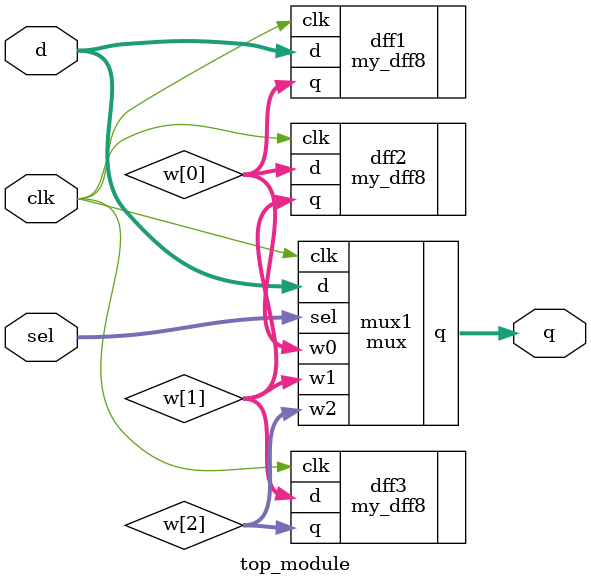
<source format=v>
module mux(input [7:0] w0,w1,w2,input [1:0] sel,output reg [7:0] q,input [7:0]d, input clk);
    always @(*)
            begin
                if(sel==2'b00)
                	q<=d;
                else if(sel==2'b01)
                    q<=w0;
                else if(sel==2'b10)
                    q<=w1;
                else if(sel==2'b11)
                    q<=w2;
                else
                    q<=2'b00;
            end
    
endmodule
module top_module ( 
    input clk, 
    input [7:0] d, 
    input [1:0] sel, 
    output [7:0] q 
);
    
    wire [7:0] w[2:0];
    my_dff8 dff1(.clk(clk),.d(d),.q(w[0]));
    my_dff8 dff2(.clk(clk),.d(w[0]),.q(w[1]));
    my_dff8 dff3(.clk(clk),.d(w[1]),.q(w[2]));
    mux mux1(.w0(w[0]),.w1(w[1]),.w2(w[2]),.sel(sel),.q(q),.d(d),.clk(clk));
endmodule

</source>
